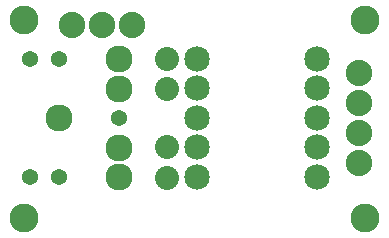
<source format=gbs>
G04 MADE WITH FRITZING*
G04 WWW.FRITZING.ORG*
G04 DOUBLE SIDED*
G04 HOLES PLATED*
G04 CONTOUR ON CENTER OF CONTOUR VECTOR*
%ASAXBY*%
%FSLAX23Y23*%
%MOIN*%
%OFA0B0*%
%SFA1.0B1.0*%
%ADD10C,0.090350*%
%ADD11C,0.054000*%
%ADD12C,0.080000*%
%ADD13C,0.085000*%
%ADD14C,0.088000*%
%ADD15C,0.096614*%
%LNMASK0*%
G90*
G70*
G54D10*
X182Y396D03*
X379Y593D03*
X379Y494D03*
X379Y297D03*
X379Y199D03*
G54D11*
X182Y593D03*
X84Y593D03*
X84Y199D03*
X182Y199D03*
X379Y396D03*
G54D12*
X542Y593D03*
X542Y493D03*
X542Y198D03*
X542Y299D03*
G54D13*
X642Y592D03*
X1042Y592D03*
X642Y497D03*
X1042Y497D03*
X642Y397D03*
X1042Y397D03*
X641Y299D03*
X1041Y299D03*
X641Y199D03*
X1041Y199D03*
G54D14*
X224Y708D03*
X324Y708D03*
X424Y708D03*
X1182Y547D03*
X1182Y447D03*
X1182Y347D03*
X1182Y247D03*
G54D15*
X63Y64D03*
X1202Y723D03*
X65Y723D03*
X1202Y64D03*
G04 End of Mask0*
M02*
</source>
